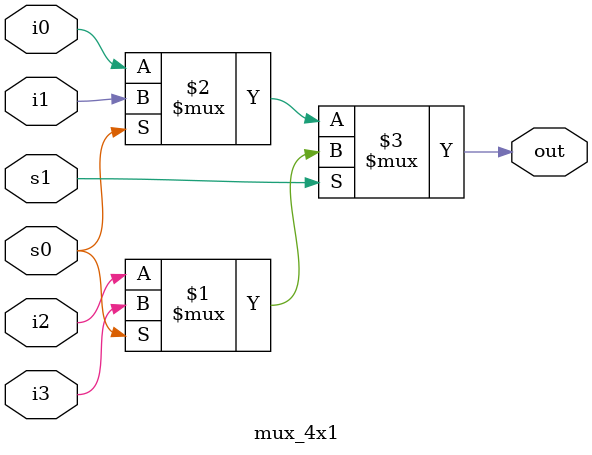
<source format=v>
module mux_4x1(
input i0,i1,i2,i3,s0,s1,
output out
);

assign out = s1?(s0?i3:i2):(s0?i1:i0);
endmodule

</source>
